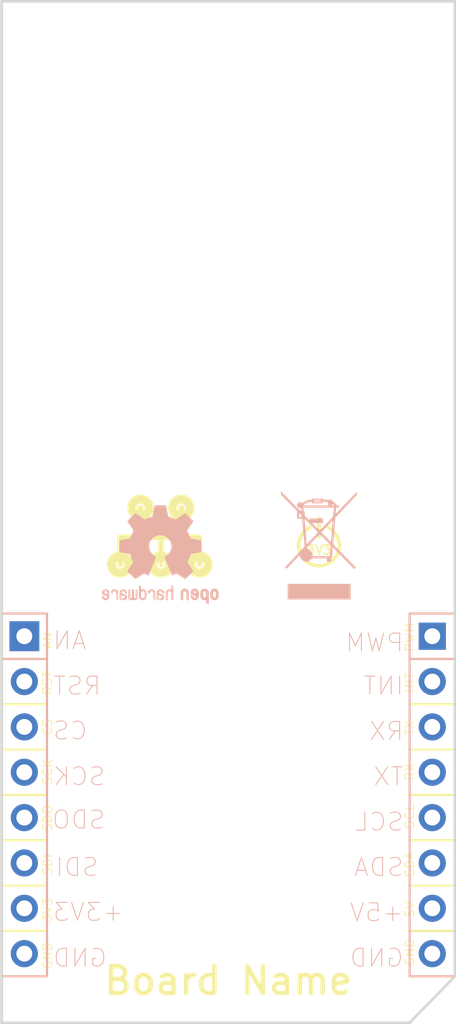
<source format=kicad_pcb>
(kicad_pcb (version 20241229) (generator "pcbnew") (generator_version "9.0")
  (layers (0 "F.Cu" signal) (2 "B.Cu" signal) (13 "F.Paste" user) (15 "B.Paste" user) (5 "F.SilkS" user "F.Silkscreen") (7 "B.SilkS" user "B.Silkscreen") (1 "F.Mask" user) (3 "B.Mask" user) (25 "Edge.Cuts" user))
  (net 0 "")
  (net 1 "Net-(CON101-PadP3)")
  (net 2 "Net-(CON101-PadP4)")
  (net 3 "Net-(CON101-PadP5)")
  (net 4 "Net-(CON101-PadP6)")
  (net 5 "+3V3")
  (net 6 "GND")
  (net 7 "+5V")
  (net 8 "Net-(CON101-PadP11)")
  (net 9 "Net-(CON101-PadP12)")
  (net 10 "Net-(CON101-PadP13)")
  (net 11 "Net-(CON101-PadP14)")
  (net 12 "Net-(CON101-PadP1)")
  (net 13 "Net-(CON101-PadP2)")
  (net 14 "Net-(CON101-PadP15)")
  (net 15 "Net-(CON101-PadP16)")
  (footprint "mikroBUS:MIKROBUS_MODULE_CONN" (layer "F.Cu") (at 146.05 97.028)
    (property "Reference" "CON101")
    (property "Value" "MIKROBUS_MODULE_CONN" (hide yes))
    (fp_line (start -1.3 16.5) (end 1.24 16.5) (stroke (width 0.127)) (layer "F.SilkS"))
    (fp_line (start -1.27 1.27) (end 1.27 1.27) (stroke (width 0.127)) (layer "F.SilkS"))
    (fp_line (start -1.27 3.81) (end 1.27 3.81) (stroke (width 0.127)) (layer "F.SilkS"))
    (fp_line (start -1.27 6.35) (end 1.27 6.35) (stroke (width 0.127)) (layer "F.SilkS"))
    (fp_line (start -1.27 8.89) (end 1.27 8.89) (stroke (width 0.127)) (layer "F.SilkS"))
    (fp_line (start -1.27 11.43) (end 1.27 11.43) (stroke (width 0.127)) (layer "F.SilkS"))
    (fp_line (start -1.27 13.97) (end 1.27 13.97) (stroke (width 0.127)) (layer "F.SilkS"))
    (fp_line (start 21.59 1.27) (end 24.13 1.27) (stroke (width 0.127)) (layer "F.SilkS"))
    (fp_line (start 21.59 3.81) (end 24.13 3.81) (stroke (width 0.127)) (layer "F.SilkS"))
    (fp_line (start 21.59 6.35) (end 24.13 6.35) (stroke (width 0.127)) (layer "F.SilkS"))
    (fp_line (start 21.59 8.89) (end 24.13 8.89) (stroke (width 0.127)) (layer "F.SilkS"))
    (fp_line (start 21.59 11.43) (end 24.13 11.43) (stroke (width 0.127)) (layer "F.SilkS"))
    (fp_line (start 21.59 13.97) (end 24.13 13.97) (stroke (width 0.127)) (layer "F.SilkS"))
    (fp_line (start 21.59 16.51) (end 24.13 16.51) (stroke (width 0.127)) (layer "F.SilkS"))
    (fp_line (start -1.27 -1.27) (end -1.27 1.27) (stroke (width 0.127)) (layer "B.SilkS"))
    (fp_line (start -1.27 1.27) (end -1.27 19.05) (stroke (width 0.127)) (layer "B.SilkS"))
    (fp_line (start -1.27 1.27) (end 1.27 1.27) (stroke (width 0.127)) (layer "B.SilkS"))
    (fp_line (start -1.27 19.05) (end 1.27 19.05) (stroke (width 0.127)) (layer "B.SilkS"))
    (fp_line (start 1.27 -1.27) (end -1.27 -1.27) (stroke (width 0.127)) (layer "B.SilkS"))
    (fp_line (start 1.27 1.27) (end 1.27 -1.27) (stroke (width 0.127)) (layer "B.SilkS"))
    (fp_line (start 1.27 19.05) (end 1.27 1.27) (stroke (width 0.127)) (layer "B.SilkS"))
    (fp_line (start 21.59 -1.27) (end 21.59 1.27) (stroke (width 0.127)) (layer "B.SilkS"))
    (fp_line (start 21.59 -1.27) (end 24.13 -1.27) (stroke (width 0.127)) (layer "B.SilkS"))
    (fp_line (start 21.59 1.27) (end 21.59 19.05) (stroke (width 0.127)) (layer "B.SilkS"))
    (fp_line (start 21.59 1.27) (end 24.13 1.27) (stroke (width 0.127)) (layer "B.SilkS"))
    (fp_line (start 21.59 19.05) (end 24.13 19.05) (stroke (width 0.127)) (layer "B.SilkS"))
    (fp_line (start 24.13 -1.27) (end 24.13 19.05) (stroke (width 0.127)) (layer "B.SilkS"))
    (fp_line (start 24.13 19.05) (end 21.59 21.64) (stroke (width 0.127)) (layer "B.SilkS"))
    (fp_text user "SDI" (at 1.3 12.797241 90) (layer "F.SilkS") (effects (font (size 0.5 0.5) (thickness 0.05))))
    (fp_text user "SDA" (at 21.597534 12.8 90) (layer "F.SilkS") (effects (font (size 0.5 0.5) (thickness 0.05))))
    (fp_text user "GND" (at 1.3 17.9 90) (layer "F.SilkS") (effects (font (size 0.5 0.5) (thickness 0.05))))
    (fp_text user "CS" (at 1.3 5.1 90) (layer "F.SilkS") (effects (font (size 0.5 0.5) (thickness 0.05))))
    (fp_text user "5V" (at 21.597534 15.3 90) (layer "F.SilkS") (effects (font (size 0.5 0.5) (thickness 0.05))))
    (fp_text user "3V3" (at 1.3 15.328737 90) (layer "F.SilkS") (effects (font (size 0.5 0.5) (thickness 0.05))))
    (fp_text user "TX" (at 21.597534 5.141427 90) (layer "F.SilkS") (effects (font (size 0.5 0.5) (thickness 0.05))))
    (fp_text user "SDO" (at 1.3 10.206221 90) (layer "F.SilkS") (effects (font (size 0.5 0.5) (thickness 0.05))))
    (fp_text user "RX" (at 21.597534 7.6 90) (layer "F.SilkS") (effects (font (size 0.5 0.5) (thickness 0.05))))
    (fp_text user "INT" (at 21.597534 2.6 90) (layer "F.SilkS") (effects (font (size 0.5 0.5) (thickness 0.05))))
    (fp_text user "SCK" (at 1.3 7.6 90) (layer "F.SilkS") (effects (font (size 0.5 0.5) (thickness 0.05))))
    (fp_text user "PWM" (at 21.597534 0.062 90) (layer "F.SilkS") (effects (font (size 0.5 0.5) (thickness 0.05))))
    (fp_text user "RST" (at 1.3 2.623639 90) (layer "F.SilkS") (effects (font (size 0.5 0.5) (thickness 0.05))))
    (fp_text user "AN" (at 1.3 0.235 90) (layer "F.SilkS") (effects (font (size 0.5 0.5) (thickness 0.05))))
    (fp_text user "SCL" (at 21.597534 10.1 90) (layer "F.SilkS") (effects (font (size 0.5 0.5) (thickness 0.05))))
    (fp_text user "GND" (at 21.597534 17.715 90) (layer "F.SilkS") (effects (font (size 0.5 0.5) (thickness 0.05))))
    (fp_text user "+5V" (at 19.743847 15.475 0) (layer "B.SilkS") (effects (font (thickness 0.05)) (justify mirror)))
    (fp_text user "INT" (at 20.1248 2.775 0) (layer "B.SilkS") (effects (font (thickness 0.05)) (justify mirror)))
    (fp_text user "GND" (at 19.743847 18.015 0) (layer "B.SilkS") (effects (font (thickness 0.05)) (justify mirror)))
    (fp_text user "PWM" (at 19.6248 0.362 0) (layer "B.SilkS") (effects (font (thickness 0.05)) (justify mirror)))
    (fp_text user "AN" (at 2.548191 0.235 0) (layer "B.SilkS") (effects (font (thickness 0.05)) (justify mirror)))
    (fp_text user "SDO" (at 3.05 10.28 0) (layer "B.SilkS") (effects (font (thickness 0.05)) (justify mirror)))
    (fp_text user "GND" (at 3.119619 18.015 0) (layer "B.SilkS") (effects (font (thickness 0.05)) (justify mirror)))
    (fp_text user "TX" (at 20.410514 7.855 0) (layer "B.SilkS") (effects (font (thickness 0.05)) (justify mirror)))
    (fp_text user "SDI" (at 2.95 12.935 0) (layer "B.SilkS") (effects (font (thickness 0.05)) (justify mirror)))
    (fp_text user "SCK" (at 3.072 7.855 0) (layer "B.SilkS") (effects (font (thickness 0.05)) (justify mirror)))
    (fp_text user "+3V3" (at 3.59581 15.4496 0) (layer "B.SilkS") (effects (font (thickness 0.05)) (justify mirror)))
    (fp_text user "CS" (at 2.572 5.2896 0) (layer "B.SilkS") (effects (font (thickness 0.05)) (justify mirror)))
    (fp_text user "SCL" (at 19.886704 10.395 0) (layer "B.SilkS") (effects (font (thickness 0.05)) (justify mirror)))
    (fp_text user "RX" (at 20.291466 5.315 0) (layer "B.SilkS") (effects (font (thickness 0.05)) (justify mirror)))
    (fp_text user "SDA" (at 19.862895 12.935 0) (layer "B.SilkS") (effects (font (thickness 0.05)) (justify mirror)))
    (fp_text user "RST" (at 2.952953 2.775 0) (layer "B.SilkS") (effects (font (thickness 0.05)) (justify mirror)))
    (pad "P1" thru_hole rect (at 0 0) (size 1.6764 1.6764) (drill 0.889) (layers "*.Cu" "*.Mask") (net 12 "Net-(CON101-PadP1)"))
    (pad "P2" thru_hole circle (at 0 2.54) (size 1.524 1.524) (drill 0.889) (layers "*.Cu" "*.Mask") (net 13 "Net-(CON101-PadP2)"))
    (pad "P3" thru_hole circle (at 0 5.08) (size 1.524 1.524) (drill 0.889) (layers "*.Cu" "*.Mask") (net 1 "Net-(CON101-PadP3)"))
    (pad "P4" thru_hole circle (at 0 7.62) (size 1.524 1.524) (drill 0.889) (layers "*.Cu" "*.Mask") (net 2 "Net-(CON101-PadP4)"))
    (pad "P5" thru_hole circle (at 0 10.16) (size 1.524 1.524) (drill 0.889) (layers "*.Cu" "*.Mask") (net 3 "Net-(CON101-PadP5)"))
    (pad "P6" thru_hole circle (at 0 12.7) (size 1.524 1.524) (drill 0.889) (layers "*.Cu" "*.Mask") (net 4 "Net-(CON101-PadP6)"))
    (pad "P7" thru_hole circle (at 0 15.24) (size 1.524 1.524) (drill 0.889) (layers "*.Cu" "*.Mask") (net 5 "+3V3"))
    (pad "P8" thru_hole circle (at 0 17.78) (size 1.524 1.524) (drill 0.889) (layers "*.Cu" "*.Mask") (net 6 "GND"))
    (pad "P9" thru_hole circle (at 22.86 17.78) (size 1.524 1.524) (drill 0.889) (layers "*.Cu" "*.Mask") (net 6 "GND"))
    (pad "P10" thru_hole circle (at 22.86 15.24) (size 1.524 1.524) (drill 0.889) (layers "*.Cu" "*.Mask") (net 7 "+5V"))
    (pad "P11" thru_hole circle (at 22.86 12.7) (size 1.524 1.524) (drill 0.889) (layers "*.Cu" "*.Mask") (net 8 "Net-(CON101-PadP11)"))
    (pad "P12" thru_hole circle (at 22.86 10.16) (size 1.524 1.524) (drill 0.889) (layers "*.Cu" "*.Mask") (net 9 "Net-(CON101-PadP12)"))
    (pad "P13" thru_hole circle (at 22.86 7.62) (size 1.524 1.524) (drill 0.889) (layers "*.Cu" "*.Mask") (net 10 "Net-(CON101-PadP13)"))
    (pad "P14" thru_hole circle (at 22.86 5.08) (size 1.524 1.524) (drill 0.889) (layers "*.Cu" "*.Mask") (net 11 "Net-(CON101-PadP14)"))
    (pad "P15" thru_hole circle (at 22.86 2.54) (size 1.524 1.524) (drill 0.889) (layers "*.Cu" "*.Mask") (net 14 "Net-(CON101-PadP15)"))
    (pad "P16" thru_hole rect (at 22.86 0) (size 1.524 1.524) (drill 0.889) (layers "*.Cu" "*.Mask") (net 15 "Net-(CON101-PadP16)"))
  )
  (footprint "mikroBUS:MIKROBUS_LOGO" (layer "F.Cu") (at 153.67 92.964)
    (property "Reference" "*" (hide yes))
    (property "Value" "MIKROCLICK_LOGO" (hide yes))
    (fp_line (start -2.251 -1.4798) (end -2.251 0.0442) (stroke (width 0.3048)) (layer "F.SilkS"))
    (fp_line (start -1.108 -1.4798) (end -2.251 -1.4798) (stroke (width 0.3048)) (layer "F.SilkS"))
    (fp_line (start -1.108 -1.4798) (end -1.108 -3.1308) (stroke (width 0.3048)) (layer "F.SilkS"))
    (fp_line (start 0.035 -1.4798) (end -1.108 -1.4798) (stroke (width 0.3048)) (layer "F.SilkS"))
    (fp_line (start 0.035 -1.4798) (end 0.035 0.0442) (stroke (width 0.3048)) (layer "F.SilkS"))
    (fp_line (start 1.178 -1.4798) (end 0.035 -1.4798) (stroke (width 0.3048)) (layer "F.SilkS"))
    (fp_line (start 1.178 -1.4798) (end 1.178 -3.1308) (stroke (width 0.3048)) (layer "F.SilkS"))
    (fp_line (start 2.194 -1.4798) (end 1.178 -1.4798) (stroke (width 0.3048)) (layer "F.SilkS"))
    (fp_line (start 2.194 -1.4798) (end 2.194 0.0442) (stroke (width 0.3048)) (layer "F.SilkS"))
    (fp_circle (center -2.251 0.0442) (end -2.0224 0.0442) (stroke (width 0.508)) (fill no) (layer "F.SilkS"))
    (fp_circle (center -1.108 -3.1308) (end -0.8794 -3.1308) (stroke (width 0.508)) (fill no) (layer "F.SilkS"))
    (fp_circle (center 0.035 0.0442) (end 0.2636 0.0442) (stroke (width 0.508)) (fill no) (layer "F.SilkS"))
    (fp_circle (center 1.178 -3.1308) (end 1.4066 -3.1308) (stroke (width 0.508)) (fill no) (layer "F.SilkS"))
    (fp_circle (center 2.194 0.0442) (end 2.4226 0.0442) (stroke (width 0.508)) (fill no) (layer "F.SilkS"))
  )
  (footprint "Symbols:WEEE-Logo_4.2x6mm_SilkScreen" (layer "B.Cu") (at 162.56 91.948 180)
    (property "Reference" "REF***" (hide yes))
    (property "Value" "WEEE-Logo_4.2x6mm_SilkScreen" (hide yes))
    (fp_poly (pts (xy 1.747822 -3.017822) (xy -1.772971 -3.017822) (xy -1.772971 -2.150198) (xy 1.747822 -2.150198) (xy 1.747822 -3.017822)) (stroke (width 0.01)) (fill yes) (layer "B.SilkS"))
    (fp_poly (pts (xy 2.12443 2.935152) (xy 2.123811 2.848069) (xy 1.672086 2.389109) (xy 1.220361 1.930148) (xy 1.220032 1.719529) (xy 1.219703 1.508911) (xy 0.94461 1.508911) (xy 0.937522 1.45547) (xy 0.934838 1.431112) (xy 0.930313 1.385241) (xy 0.924191 1.320595) (xy 0.916712 1.239909) (xy 0.908119 1.145919) (xy 0.898654 1.041363) (xy 0.888558 0.928975) (xy 0.878074 0.811493) (xy 0.867444 0.691652) (xy 0.856909 0.572189) (xy 0.846713 0.455841) (xy 0.837095 0.345343) (xy 0.8283 0.243431) (xy 0.820568 0.152842) (xy 0.814142 0.076313) (xy 0.809263 0.016579) (xy 0.806175 -0.023624) (xy 0.805117 -0.041559) (xy 0.805118 -0.041644) (xy 0.812827 -0.056035) (xy 0.835981 -0.085748) (xy 0.874895 -0.131131) (xy 0.929884 -0.192529) (xy 1.001264 -0.270288) (xy 1.089349 -0.364754) (xy 1.194454 -0.476272) (xy 1.316895 -0.605188) (xy 1.35131 -0.641287) (xy 1.897137 -1.213416) (xy 1.808881 -1.301436) (xy 1.737485 -1.223758) (xy 1.711366 -1.195686) (xy 1.670566 -1.152274) (xy 1.617777 -1.096366) (xy 1.555691 -1.030808) (xy 1.487 -0.958441) (xy 1.414396 -0.882112) (xy 1.37096 -0.836524) (xy 1.289416 -0.751119) (xy 1.223504 -0.68271) (xy 1.171544 -0.630053) (xy 1.131855 -0.591905) (xy 1.102757 -0.56702) (xy 1.082569 -0.554156) (xy 1.06961 -0.552068) (xy 1.0622 -0.559513) (xy 1.058658 -0.575246) (xy 1.057303 -0.598023) (xy 1.057121 -0.604239) (xy 1.047703 -0.647061) (xy 1.024497 -0.698819) (xy 0.992136 -0.751328) (xy 0.955252 -0.796403) (xy 0.940493 -0.810328) (xy 0.864767 -0.859047) (xy 0.776308 -0.886306) (xy 0.6981 -0.892773) (xy 0.609468 -0.880576) (xy 0.527612 -0.844813) (xy 0.455164 -0.786722) (xy 0.441797 -0.772262) (xy 0.392918 -0.716733) (xy -0.452674 -0.716733) (xy -0.452674 -0.892773) (xy -0.67901 -0.892773) (xy -0.67901 -0.810531) (xy -0.68185 -0.754386) (xy -0.691393 -0.715416) (xy -0.702991 -0.694219) (xy -0.711277 -0.679052) (xy -0.718373 -0.657062) (xy -0.724748 -0.624987) (xy -0.730872 -0.579569) (xy -0.737216 -0.517548) (xy -0.74425 -0.435662) (xy -0.749066 -0.374746) (xy -0.771161 -0.089343) (xy -1.313565 -0.638805) (xy -1.411637 -0.738228) (xy -1.505784 -0.833815) (xy -1.594285 -0.92381) (xy -1.67542 -1.006457) (xy -1.747469 -1.080001) (xy -1.808712 -1.142684) (xy -1.857427 -1.192752) (xy -1.891896 -1.228448) (xy -1.910379 -1.247995) (xy -1.940743 -1.278944) (xy -1.966071 -1.30053) (xy -1.979695 -1.307723) (xy -1.997095 -1.299297) (xy -2.02246 -1.278245) (xy -2.031058 -1.269671) (xy -2.067514 -1.23162) (xy -1.866802 -1.027658) (xy -1.815596 -0.975699) (xy -1.749569 -0.90882) (xy -1.671618 -0.82995) (xy -1.584638 -0.742014) (xy -1.491526 -0.647941) (xy -1.395179 -0.550658) (xy -1.298492 -0.453093) (xy -1.229134 -0.383145) (xy -1.123703 -0.27655) (xy -1.035129 -0.186307) (xy -0.962281 -0.111192) (xy -0.904023 -0.049986) (xy -0.859225 -0.001466) (xy -0.837021 0.023871) (xy -0.658724 0.023871) (xy -0.636401 -0.261555) (xy -0.629669 -0.345219) (xy -0.623157 -0.421727) (xy -0.617234 -0.487081) (xy -0.612268 -0.537281) (xy -0.608629 -0.568329) (xy -0.607458 -0.575273) (xy -0.600838 -0.603565) (xy 0.348636 -0.603565) (xy 0.354974 -0.524606) (xy 0.37411 -0.431315) (xy 0.414154 -0.348791) (xy 0.472582 -0.280038) (xy 0.546871 -0.228063) (xy 0.630252 -0.196863) (xy 0.657302 -0.182228) (xy 0.670844 -0.150819) (xy 0.671128 -0.149434) (xy 0.672753 -0.136174) (xy 0.670744 -0.122595) (xy 0.663142 -0.106181) (xy 0.647984 -0.084411) (xy 0.623312 -0.054767) (xy 0.587164 -0.014732) (xy 0.53758 0.038215) (xy 0.472599 0.106591) (xy 0.468401 0.110995) (xy 0.398507 0.184389) (xy 0.3242 0.262563) (xy 0.250586 0.340136) (xy 0.182771 0.411725) (xy 0.12586 0.471949) (xy 0.113168 0.485413) (xy 0.064513 0.53618) (xy 0.021291 0.579625) (xy -0.013395 0.612759) (xy -0.036444 0.632595) (xy -0.044182 0.636954) (xy -0.055722 0.62783) (xy -0.08271 0.6028) (xy -0.123021 0.563948) (xy -0.174529 0.513357) (xy -0.235109 0.453112) (xy -0.302636 0.385296) (xy -0.357826 0.329435) (xy -0.658724 0.023871) (xy -0.837021 0.023871) (xy -0.826751 0.035589) (xy -0.805471 0.062401) (xy -0.794251 0.080192) (xy -0.791754 0.08843) (xy -0.7927 0.10641) (xy -0.795573 0.147108) (xy -0.800187 0.208181) (xy -0.806358 0.287287) (xy -0.813898 0.382086) (xy -0.822621 0.490233) (xy -0.832343 0.609388) (xy -0.842876 0.737209) (xy -0.851365 0.839365) (xy -0.899396 1.415326) (xy -0.775805 1.415326) (xy -0.775273 1.402896) (xy -0.772769 1.36789) (xy -0.768496 1.312785) (xy -0.762653 1.240057) (xy -0.755443 1.152186) (xy -0.747066 1.051649) (xy -0.737723 0.940923) (xy -0.728758 0.835795) (xy -0.718602 0.716517) (xy -0.709142 0.60392) (xy -0.700596 0.500695) (xy -0.693179 0.409527) (xy -0.687108 0.333105) (xy -0.682601 0.274117) (xy -0.679873 0.235251) (xy -0.679116 0.220156) (xy -0.677935 0.210762) (xy -0.673256 0.207034) (xy -0.663276 0.210529) (xy -0.64619 0.222801) (xy -0.620196 0.245406) (xy -0.58349 0.2799) (xy -0.534267 0.327838) (xy -0.470726 0.390776) (xy -0.403305 0.458032) (xy -0.127601 0.733523) (xy -0.129533 0.735594) (xy 0.05271 0.735594) (xy 0.061016 0.72422) (xy 0.084267 0.697437) (xy 0.120135 0.657708) (xy 0.166287 0.607493) (xy 0.220394 0.549254) (xy 0.280126 0.485453) (xy 0.343152 0.418551) (xy 0.407142 0.35101) (xy 0.469764 0.28529) (xy 0.52869 0.223854) (xy 0.581588 0.169163) (xy 0.626128 0.123678) (xy 0.65998 0.089862) (xy 0.680812 0.070174) (xy 0.686494 0.066163) (xy 0.688366 0.079109) (xy 0.692254 0.114866) (xy 0.697943 0.171196) (xy 0.705219 0.24586) (xy 0.713869 0.33662) (xy 0.723678 0.441238) (xy 0.734434 0.557474) (xy 0.745921 0.683092) (xy 0.755093 0.784382) (xy 0.766826 0.915721) (xy 0.777665 1.039448) (xy 0.78743 1.153319) (xy 0.795937 1.255089) (xy 0.803005 1.342513) (xy 0.808451 1.413347) (xy 0.812092 1.465347) (xy 0.813747 1.496268) (xy 0.813558 1.504297) (xy 0.803666 1.497146) (xy 0.778476 1.474159) (xy 0.74019 1.437561) (xy 0.691011 1.389578) (xy 0.633139 1.332434) (xy 0.568778 1.268353) (xy 0.500129 1.199562) (xy 0.429395 1.128284) (xy 0.358778 1.056745) (xy 0.29048 0.98717) (xy 0.226704 0.921783) (xy 0.16965 0.862809) (xy 0.121522 0.812473) (xy 0.084522 0.773001) (xy 0.060852 0.746617) (xy 0.05271 0.735594) (xy -0.129533 0.735594) (xy -0.230409 0.843705) (xy -0.282768 0.899623) (xy -0.341535 0.962052) (xy -0.404385 1.028557) (xy -0.468995 1.096702) (xy -0.533042 1.164052) (xy -0.594203 1.228172) (xy -0.650153 1.286628) (xy -0.69857 1.336982) (xy -0.73713 1.376802) (xy -0.763509 1.40365) (xy -0.775384 1.415092) (xy -0.775805 1.415326) (xy -0.899396 1.415326) (xy -0.911401 1.559274) (xy -1.511938 2.190842) (xy -2.112475 2.822411) (xy -2.112034 2.910685) (xy -2.111592 2.99896) (xy -2.014583 2.895334) (xy -1.960291 2.837537) (xy -1.896192 2.769632) (xy -1.824016 2.693428) (xy -1.745492 2.610731) (xy -1.662349 2.523347) (xy -1.576319 2.433085) (xy -1.48913 2.34175) (xy -1.402513 2.251151) (xy -1.318197 2.163093) (xy -1.237912 2.079385) (xy -1.163387 2.001833) (xy -1.096354 1.932243) (xy -1.038541 1.872424) (xy -0.991679 1.824182) (xy -0.957496 1.789324) (xy -0.937724 1.769657) (xy -0.93339 1.765884) (xy -0.933092 1.779008) (xy -0.934731 1.812611) (xy -0.938023 1.86212) (xy -0.942682 1.922963) (xy -0.944682 1.947268) (xy -0.959577 2.125049) (xy -0.842955 2.125049) (xy -0.836934 2.096757) (xy -0.833863 2.074382) (xy -0.829548 2.032283) (xy -0.824488 1.975822) (xy -0.819181 1.910365) (xy -0.817344 1.886138) (xy -0.811927 1.816579) (xy -0.806459 1.751982) (xy -0.801488 1.698452) (xy -0.797561 1.66209) (xy -0.796675 1.655491) (xy -0.793334 1.641944) (xy -0.786101 1.626086) (xy -0.77344 1.606139) (xy -0.753811 1.580327) (xy -0.725678 1.546871) (xy -0.687502 1.503993) (xy -0.637746 1.449917) (xy -0.574871 1.382864) (xy -0.497341 1.301057) (xy -0.418251 1.21805) (xy -0.339564 1.135906) (xy -0.266112 1.059831) (xy -0.199724 0.991675) (xy -0.142227 0.933288) (xy -0.095451 0.886519) (xy -0.061224 0.853218) (xy -0.041373 0.835233) (xy -0.03714 0.832558) (xy -0.026003 0.842259) (xy 0.000029 0.867559) (xy 0.03843 0.905918) (xy 0.086672 0.9548) (xy 0.14223 1.011666) (xy 0.182408 1.053094) (xy 0.392169 1.27) (xy -0.226337 1.27) (xy -0.226337 1.508911) (xy 0.528119 1.508911) (xy 0.528119 1.402458) (xy 0.666435 1.540346) (xy 0.764553 1.63816) (xy 0.955643 1.63816) (xy 0.957471 1.62273) (xy 0.966723 1.614133) (xy 0.98905 1.610387) (xy 1.030105 1.609511) (xy 1.037376 1.609505) (xy 1.119109 1.609505) (xy 1.119109 1.828828) (xy 1.037376 1.747821) (xy 0.99127 1.698572) (xy 0.963694 1.660841) (xy 0.955643 1.63816) (xy 0.764553 1.63816) (xy 0.804752 1.678234) (xy 0.804752 1.801048) (xy 0.805137 1.85755) (xy 0.8069 1.893495) (xy 0.81095 1.91347) (xy 0.818199 1.922063) (xy 0.82913 1.923861) (xy 0.841288 1.926502) (xy 0.850273 1.937088) (xy 0.857174 1.959619) (xy 0.863076 1.998091) (xy 0.869065 2.056502) (xy 0.870987 2.077896) (xy 0.875148 2.125049) (xy -0.842955 2.125049) (xy -0.959577 2.125049) (xy -1.119109 2.125049) (xy -1.119109 2.238218) (xy -1.051314 2.238218) (xy -1.011662 2.239304) (xy -0.990116 2.244546) (xy -0.98748 2.247666) (xy -0.848616 2.247666) (xy -0.841308 2.240538) (xy -0.815993 2.238338) (xy -0.798908 2.238218) (xy -0.741881 2.238218) (xy -0.529221 2.238218) (xy 0.885302 2.238218) (xy 0.837458 2.287214) (xy 0.76315 2.347676) (xy 0.671184 2.394309) (xy 0.560002 2.427751) (xy 0.449529 2.446247) (xy 0.377227 2.454878) (xy 0.377227 2.36396) (xy -0.201188 2.36396) (xy -0.201188 2.467107) (xy -0.286065 2.458504) (xy -0.345368 2.451244) (xy -0.408551 2.441621) (xy -0.446386 2.434748) (xy -0.521832 2.419593) (xy -0.525526 2.328905) (xy -0.529221 2.238218) (xy -0.741881 2.238218) (xy -0.741881 2.288515) (xy -0.743544 2.320024) (xy -0.747697 2.337537) (xy -0.749371 2.338812) (xy -0.767987 2.330746) (xy -0.795183 2.31118) (xy -0.822448 2.287056) (xy -0.841267 2.265318) (xy -0.842943 2.262492) (xy -0.848616 2.247666) (xy -0.98748 2.247666) (xy -0.979662 2.256919) (xy -0.975442 2.270396) (xy -0.958219 2.305373) (xy -0.925138 2.347421) (xy -0.881893 2.390644) (xy -0.834174 2.429146) (xy -0.80283 2.449199) (xy -0.767123 2.471149) (xy -0.748819 2.489589) (xy -0.742388 2.511332) (xy -0.741894 2.524282) (xy -0.741894 2.527425) (xy -0.100594 2.527425) (xy -0.100594 2.464554) (xy 0.276633 2.464554) (xy 0.276633 2.527425) (xy -0.100594 2.527425) (xy -0.741894 2.527425) (xy -0.741881 2.565148) (xy -0.636048 2.565148) (xy -0.587355 2.563971) (xy -0.549405 2.560835) (xy -0.528308 2.556329) (xy -0.526023 2.554505) (xy -0.512641 2.551705) (xy -0.480074 2.552852) (xy -0.433916 2.557607) (xy -0.402376 2.561997) (xy -0.345188 2.570622) (xy -0.292886 2.578409) (xy -0.253582 2.584153) (xy -0.242055 2.585785) (xy -0.211937 2.595112) (xy -0.201188 2.609728) (xy -0.19792 2.61568) (xy -0.18623 2.620222) (xy -0.163288 2.62353) (xy -0.126265 2.625785) (xy -0.072332 2.627166) (xy 0.00134 2.62785) (xy 0.08802 2.62802) (xy 0.180529 2.627923) (xy 0.250906 2.62747) (xy 0.302164 2.62641) (xy 0.33732 2.624497) (xy 0.359389 2.621481) (xy 0.371385 2.617115) (xy 0.376324 2.611151) (xy 0.377227 2.604216) (xy 0.384921 2.582205) (xy 0.410121 2.569679) (xy 0.456009 2.565212) (xy 0.464264 2.565148) (xy 0.541973 2.557132) (xy 0.630233 2.535064) (xy 0.721085 2.501916) (xy 0.80657 2.460661) (xy 0.878726 2.414269) (xy 0.888072 2.406918) (xy 0.918533 2.383002) (xy 0.936572 2.373424) (xy 0.949169 2.37652) (xy 0.9621 2.389296) (xy 1.000293 2.414322) (xy 1.049998 2.423929) (xy 1.103524 2.418933) (xy 1.153178 2.400149) (xy 1.191267 2.368394) (xy 1.194025 2.364703) (xy 1.222526 2.305425) (xy 1.227828 2.244066) (xy 1.210518 2.185573) (xy 1.17118 2.134896) (xy 1.16637 2.130711) (xy 1.13844 2.110833) (xy 1.110102 2.102079) (xy 1.070263 2.101447) (xy 1.060311 2.102008) (xy 1.021332 2.103438) (xy 1.001254 2.100161) (xy 0.993985 2.090272) (xy 0.99324 2.081039) (xy 0.991716 2.054256) (xy 0.987935 2.013975) (xy 0.985218 1.989876) (xy 0.981277 1.951599) (xy 0.982916 1.932004) (xy 0.992421 1.924842) (xy 1.009351 1.923861) (xy 1.019392 1.927099) (xy 1.03559 1.93758) (xy 1.059145 1.956452) (xy 1.091257 1.984865) (xy 1.133128 2.023965) (xy 1.185957 2.074903) (xy 1.250945 2.138827) (xy 1.329291 2.216886) (xy 1.422197 2.310228) (xy 1.530863 2.420002) (xy 1.583231 2.473048) (xy 2.125049 3.022233) (xy 2.12443 2.935152)) (stroke (width 0.01)) (fill yes) (layer "B.SilkS"))
  )
  (footprint "Symbols:OSHW-Logo2_7.3x6mm_SilkScreen" (layer "B.Cu") (at 153.67 92.456 180)
    (property "Reference" "REF***" (hide yes))
    (property "Value" "OSHW-Logo2_7.3x6mm_SilkScreen" (hide yes))
    (fp_poly (pts (xy 2.6526 -1.958752) (xy 2.669948 -1.966334) (xy 2.711356 -1.999128) (xy 2.746765 -2.046547) (xy 2.768664 -2.097151) (xy 2.772229 -2.122098) (xy 2.760279 -2.156927) (xy 2.734067 -2.175357) (xy 2.705964 -2.186516) (xy 2.693095 -2.188572) (xy 2.686829 -2.173649) (xy 2.674456 -2.141175) (xy 2.669028 -2.126502) (xy 2.63859 -2.075744) (xy 2.59452 -2.050427) (xy 2.53801 -2.051206) (xy 2.533825 -2.052203) (xy 2.503655 -2.066507) (xy 2.481476 -2.094393) (xy 2.466327 -2.139287) (xy 2.45725 -2.204615) (xy 2.453286 -2.293804) (xy 2.452914 -2.341261) (xy 2.45273 -2.416071) (xy 2.451522 -2.467069) (xy 2.448309 -2.499471) (xy 2.442109 -2.518495) (xy 2.43194 -2.529356) (xy 2.416819 -2.537272) (xy 2.415946 -2.53767) (xy 2.386828 -2.549981) (xy 2.372403 -2.554514) (xy 2.370186 -2.540809) (xy 2.368289 -2.502925) (xy 2.366847 -2.445715) (xy 2.365998 -2.374027) (xy 2.365829 -2.321565) (xy 2.366692 -2.220047) (xy 2.37007 -2.143032) (xy 2.377142 -2.086023) (xy 2.389088 -2.044526) (xy 2.40709 -2.014043) (xy 2.432327 -1.99008) (xy 2.457247 -1.973355) (xy 2.517171 -1.951097) (xy 2.586911 -1.946076) (xy 2.6526 -1.958752)) (stroke (width 0.01)) (fill yes) (layer "B.SilkS"))
    (fp_poly (pts (xy -1.283907 -1.92778) (xy -1.237328 -1.954723) (xy -1.204943 -1.981466) (xy -1.181258 -2.009484) (xy -1.164941 -2.043748) (xy -1.154661 -2.089227) (xy -1.149086 -2.150892) (xy -1.146884 -2.233711) (xy -1.146629 -2.293246) (xy -1.146629 -2.512391) (xy -1.208314 -2.540044) (xy -1.27 -2.567697) (xy -1.277257 -2.32767) (xy -1.280256 -2.238028) (xy -1.283402 -2.172962) (xy -1.287299 -2.128026) (xy -1.292553 -2.09877) (xy -1.299769 -2.080748) (xy -1.30955 -2.069511) (xy -1.312688 -2.067079) (xy -1.360239 -2.048083) (xy -1.408303 -2.0556) (xy -1.436914 -2.075543) (xy -1.448553 -2.089675) (xy -1.456609 -2.10822) (xy -1.461729 -2.136334) (xy -1.464559 -2.179173) (xy -1.465744 -2.241895) (xy -1.465943 -2.307261) (xy -1.465982 -2.389268) (xy -1.467386 -2.447316) (xy -1.472086 -2.486465) (xy -1.482013 -2.51178) (xy -1.499097 -2.528323) (xy -1.525268 -2.541156) (xy -1.560225 -2.554491) (xy -1.598404 -2.569007) (xy -1.593859 -2.311389) (xy -1.592029 -2.218519) (xy -1.589888 -2.149889) (xy -1.586819 -2.100711) (xy -1.582206 -2.066198) (xy -1.575432 -2.041562) (xy -1.565881 -2.022016) (xy -1.554366 -2.00477) (xy -1.49881 -1.94968) (xy -1.43102 -1.917822) (xy -1.357287 -1.910191) (xy -1.283907 -1.92778)) (stroke (width 0.01)) (fill yes) (layer "B.SilkS"))
    (fp_poly (pts (xy 0.529926 -1.949755) (xy 0.595858 -1.974084) (xy 0.649273 -2.017117) (xy 0.670164 -2.047409) (xy 0.692939 -2.102994) (xy 0.692466 -2.143186) (xy 0.668562 -2.170217) (xy 0.659717 -2.174813) (xy 0.62153 -2.189144) (xy 0.602028 -2.185472) (xy 0.595422 -2.161407) (xy 0.595086 -2.148114) (xy 0.582992 -2.09921) (xy 0.551471 -2.064999) (xy 0.507659 -2.048476) (xy 0.458695 -2.052634) (xy 0.418894 -2.074227) (xy 0.40545 -2.086544) (xy 0.395921 -2.101487) (xy 0.389485 -2.124075) (xy 0.385317 -2.159328) (xy 0.382597 -2.212266) (xy 0.380502 -2.287907) (xy 0.37996 -2.311857) (xy 0.377981 -2.39379) (xy 0.375731 -2.451455) (xy 0.372357 -2.489608) (xy 0.367006 -2.513004) (xy 0.358824 -2.526398) (xy 0.346959 -2.534545) (xy 0.339362 -2.538144) (xy 0.307102 -2.550452) (xy 0.288111 -2.554514) (xy 0.281836 -2.540948) (xy 0.278006 -2.499934) (xy 0.2766 -2.430999) (xy 0.277598 -2.333669) (xy 0.277908 -2.318657) (xy 0.280101 -2.229859) (xy 0.282693 -2.165019) (xy 0.286382 -2.119067) (xy 0.291864 -2.086935) (xy 0.299835 -2.063553) (xy 0.310993 -2.043852) (xy 0.31683 -2.03541) (xy 0.350296 -1.998057) (xy 0.387727 -1.969003) (xy 0.392309 -1.966467) (xy 0.459426 -1.946443) (xy 0.529926 -1.949755)) (stroke (width 0.01)) (fill yes) (layer "B.SilkS"))
    (fp_poly (pts (xy 1.779833 -1.958663) (xy 1.782048 -1.99685) (xy 1.783784 -2.054886) (xy 1.784899 -2.12818) (xy 1.785257 -2.205055) (xy 1.785257 -2.465196) (xy 1.739326 -2.511127) (xy 1.707675 -2.539429) (xy 1.67989 -2.550893) (xy 1.641915 -2.550168) (xy 1.62684 -2.548321) (xy 1.579726 -2.542948) (xy 1.540756 -2.539869) (xy 1.531257 -2.539585) (xy 1.499233 -2.541445) (xy 1.453432 -2.546114) (xy 1.435674 -2.548321) (xy 1.392057 -2.551735) (xy 1.362745 -2.54432) (xy 1.33368 -2.521427) (xy 1.323188 -2.511127) (xy 1.277257 -2.465196) (xy 1.277257 -1.978602) (xy 1.314226 -1.961758) (xy 1.346059 -1.949282) (xy 1.364683 -1.944914) (xy 1.369458 -1.958718) (xy 1.373921 -1.997286) (xy 1.377775 -2.056356) (xy 1.380722 -2.131663) (xy 1.382143 -2.195286) (xy 1.386114 -2.445657) (xy 1.420759 -2.450556) (xy 1.452268 -2.447131) (xy 1.467708 -2.436041) (xy 1.472023 -2.415308) (xy 1.475708 -2.371145) (xy 1.478469 -2.309146) (xy 1.480012 -2.234909) (xy 1.480235 -2.196706) (xy 1.480457 -1.976783) (xy 1.526166 -1.960849) (xy 1.558518 -1.950015) (xy 1.576115 -1.944962) (xy 1.576623 -1.944914) (xy 1.578388 -1.958648) (xy 1.580329 -1.99673) (xy 1.582282 -2.054482) (xy 1.584084 -2.127227) (xy 1.585343 -2.195286) (xy 1.589314 -2.445657) (xy 1.6764 -2.445657) (xy 1.680396 -2.21724) (xy 1.684392 -1.988822) (xy 1.726847 -1.966868) (xy 1.758192 -1.951793) (xy 1.776744 -1.944951) (xy 1.777279 -1.944914) (xy 1.779833 -1.958663)) (stroke (width 0.01)) (fill yes) (layer "B.SilkS"))
    (fp_poly (pts (xy -0.624114 -1.851289) (xy -0.619861 -1.910613) (xy -0.614975 -1.945572) (xy -0.608205 -1.96082) (xy -0.598298 -1.961015) (xy -0.595086 -1.959195) (xy -0.552356 -1.946015) (xy -0.496773 -1.946785) (xy -0.440263 -1.960333) (xy -0.404918 -1.977861) (xy -0.368679 -2.005861) (xy -0.342187 -2.037549) (xy -0.324001 -2.077813) (xy -0.312678 -2.131543) (xy -0.306778 -2.203626) (xy -0.304857 -2.298951) (xy -0.304823 -2.317237) (xy -0.3048 -2.522646) (xy -0.350509 -2.53858) (xy -0.382973 -2.54942) (xy -0.400785 -2.554468) (xy -0.401309 -2.554514) (xy -0.403063 -2.540828) (xy -0.404556 -2.503076) (xy -0.405674 -2.446224) (xy -0.406303 -2.375234) (xy -0.4064 -2.332073) (xy -0.406602 -2.246973) (xy -0.407642 -2.185981) (xy -0.410169 -2.144177) (xy -0.414836 -2.116642) (xy -0.422293 -2.098456) (xy -0.433189 -2.084698) (xy -0.439993 -2.078073) (xy -0.486728 -2.051375) (xy -0.537728 -2.049375) (xy -0.583999 -2.071955) (xy -0.592556 -2.080107) (xy -0.605107 -2.095436) (xy -0.613812 -2.113618) (xy -0.619369 -2.139909) (xy -0.622474 -2.179562) (xy -0.623824 -2.237832) (xy -0.624114 -2.318173) (xy -0.624114 -2.522646) (xy -0.669823 -2.53858) (xy -0.702287 -2.54942) (xy -0.720099 -2.554468) (xy -0.720623 -2.554514) (xy -0.721963 -2.540623) (xy -0.723172 -2.501439) (xy -0.724199 -2.4407) (xy -0.724998 -2.362141) (xy -0.725519 -2.269498) (xy -0.725714 -2.166509) (xy -0.725714 -1.769342) (xy -0.678543 -1.749444) (xy -0.631371 -1.729547) (xy -0.624114 -1.851289)) (stroke (width 0.01)) (fill yes) (layer "B.SilkS"))
    (fp_poly (pts (xy -2.958885 -1.921962) (xy -2.890855 -1.957733) (xy -2.840649 -2.015301) (xy -2.822815 -2.052312) (xy -2.808937 -2.107882) (xy -2.801833 -2.178096) (xy -2.80116 -2.254727) (xy -2.806573 -2.329552) (xy -2.81773 -2.394342) (xy -2.834286 -2.440873) (xy -2.839374 -2.448887) (xy -2.899645 -2.508707) (xy -2.971231 -2.544535) (xy -3.048908 -2.55502) (xy -3.127452 -2.53881) (xy -3.149311 -2.529092) (xy -3.191878 -2.499143) (xy -3.229237 -2.459433) (xy -3.232768 -2.454397) (xy -3.247119 -2.430124) (xy -3.256606 -2.404178) (xy -3.26221 -2.370022) (xy -3.264914 -2.321119) (xy -3.265701 -2.250935) (xy -3.265714 -2.2352) (xy -3.265678 -2.230192) (xy -3.120571 -2.230192) (xy -3.119727 -2.29643) (xy -3.116404 -2.340386) (xy -3.109417 -2.368779) (xy -3.097584 -2.388325) (xy -3.091543 -2.394857) (xy -3.056814 -2.41968) (xy -3.023097 -2.418548) (xy -2.989005 -2.397016) (xy -2.968671 -2.374029) (xy -2.956629 -2.340478) (xy -2.949866 -2.287569) (xy -2.949402 -2.281399) (xy -2.948248 -2.185513) (xy -2.960312 -2.114299) (xy -2.98543 -2.068194) (xy -3.02344 -2.047635) (xy -3.037008 -2.046514) (xy -3.072636 -2.052152) (xy -3.097006 -2.071686) (xy -3.111907 -2.109042) (xy -3.119125 -2.16815) (xy -3.120571 -2.230192) (xy -3.265678 -2.230192) (xy -3.265174 -2.160413) (xy -3.262904 -2.108159) (xy -3.257932 -2.071949) (xy -3.249287 -2.045299) (xy -3.235995 -2.021722) (xy -3.233057 -2.017338) (xy -3.183687 -1.958249) (xy -3.129891 -1.923947) (xy -3.064398 -1.910331) (xy -3.042158 -1.909665) (xy -2.958885 -1.921962)) (stroke (width 0.01)) (fill yes) (layer "B.SilkS"))
    (fp_poly (pts (xy 3.153595 -1.966966) (xy 3.211021 -2.004497) (xy 3.238719 -2.038096) (xy 3.260662 -2.099064) (xy 3.262405 -2.147308) (xy 3.258457 -2.211816) (xy 3.109686 -2.276934) (xy 3.037349 -2.310202) (xy 2.990084 -2.336964) (xy 2.965507 -2.360144) (xy 2.961237 -2.382667) (xy 2.974889 -2.407455) (xy 2.989943 -2.423886) (xy 3.033746 -2.450235) (xy 3.081389 -2.452081) (xy 3.125145 -2.431546) (xy 3.157289 -2.390752) (xy 3.163038 -2.376347) (xy 3.190576 -2.331356) (xy 3.222258 -2.312182) (xy 3.265714 -2.295779) (xy 3.265714 -2.357966) (xy 3.261872 -2.400283) (xy 3.246823 -2.435969) (xy 3.21528 -2.476943) (xy 3.210592 -2.482267) (xy 3.175506 -2.51872) (xy 3.145347 -2.538283) (xy 3.107615 -2.547283) (xy 3.076335 -2.55023) (xy 3.020385 -2.550965) (xy 2.980555 -2.54166) (xy 2.955708 -2.527846) (xy 2.916656 -2.497467) (xy 2.889625 -2.464613) (xy 2.872517 -2.423294) (xy 2.863238 -2.367521) (xy 2.859693 -2.291305) (xy 2.85941 -2.252622) (xy 2.860372 -2.206247) (xy 2.948007 -2.206247) (xy 2.949023 -2.231126) (xy 2.951556 -2.2352) (xy 2.968274 -2.229665) (xy 3.004249 -2.215017) (xy 3.052331 -2.19419) (xy 3.062386 -2.189714) (xy 3.123152 -2.158814) (xy 3.156632 -2.131657) (xy 3.16399 -2.10622) (xy 3.146391 -2.080481) (xy 3.131856 -2.069109) (xy 3.07941 -2.046364) (xy 3.030322 -2.050122) (xy 2.989227 -2.077884) (xy 2.960758 -2.127152) (xy 2.951631 -2.166257) (xy 2.948007 -2.206247) (xy 2.860372 -2.206247) (xy 2.861285 -2.162249) (xy 2.868196 -2.095384) (xy 2.881884 -2.046695) (xy 2.904096 -2.010849) (xy 2.936574 -1.982513) (xy 2.950733 -1.973355) (xy 3.015053 -1.949507) (xy 3.085473 -1.948006) (xy 3.153595 -1.966966)) (stroke (width 0.01)) (fill yes) (layer "B.SilkS"))
    (fp_poly (pts (xy 1.190117 -2.065358) (xy 1.189933 -2.173837) (xy 1.189219 -2.257287) (xy 1.187675 -2.319704) (xy 1.185001 -2.365085) (xy 1.180894 -2.397429) (xy 1.175055 -2.420733) (xy 1.167182 -2.438995) (xy 1.161221 -2.449418) (xy 1.111855 -2.505945) (xy 1.049264 -2.541377) (xy 0.980013 -2.55409) (xy 0.910668 -2.542463) (xy 0.869375 -2.521568) (xy 0.826025 -2.485422) (xy 0.796481 -2.441276) (xy 0.778655 -2.383462) (xy 0.770463 -2.306313) (xy 0.769302 -2.249714) (xy 0.769458 -2.245647) (xy 0.870857 -2.245647) (xy 0.871476 -2.31055) (xy 0.874314 -2.353514) (xy 0.88084 -2.381622) (xy 0.892523 -2.401953) (xy 0.906483 -2.417288) (xy 0.953365 -2.44689) (xy 1.003701 -2.449419) (xy 1.051276 -2.424705) (xy 1.054979 -2.421356) (xy 1.070783 -2.403935) (xy 1.080693 -2.383209) (xy 1.086058 -2.352362) (xy 1.088228 -2.304577) (xy 1.088571 -2.251748) (xy 1.087827 -2.185381) (xy 1.084748 -2.141106) (xy 1.078061 -2.112009) (xy 1.066496 -2.091173) (xy 1.057013 -2.080107) (xy 1.01296 -2.052198) (xy 0.962224 -2.048843) (xy 0.913796 -2.070159) (xy 0.90445 -2.078073) (xy 0.88854 -2.095647) (xy 0.87861 -2.116587) (xy 0.873278 -2.147782) (xy 0.871163 -2.196122) (xy 0.870857 -2.245647) (xy 0.769458 -2.245647) (xy 0.77281 -2.158568) (xy 0.784726 -2.090086) (xy 0.807135 -2.0386) (xy 0.842124 -1.998443) (xy 0.869375 -1.977861) (xy 0.918907 -1.955625) (xy 0.976316 -1.945304) (xy 1.029682 -1.948067) (xy 1.059543 -1.959212) (xy 1.071261 -1.962383) (xy 1.079037 -1.950557) (xy 1.084465 -1.918866) (xy 1.088571 -1.870593) (xy 1.093067 -1.816829) (xy 1.099313 -1.784482) (xy 1.110676 -1.765985) (xy 1.130528 -1.75377) (xy 1.143 -1.748362) (xy 1.190171 -1.728601) (xy 1.190117 -2.065358)) (stroke (width 0.01)) (fill yes) (layer "B.SilkS"))
    (fp_poly (pts (xy -1.831697 -1.931239) (xy -1.774473 -1.969735) (xy -1.730251 -2.025335) (xy -1.703833 -2.096086) (xy -1.69849 -2.148162) (xy -1.699097 -2.169893) (xy -1.704178 -2.186531) (xy -1.718145 -2.201437) (xy -1.745411 -2.217973) (xy -1.790388 -2.239498) (xy -1.857489 -2.269374) (xy -1.857829 -2.269524) (xy -1.919593 -2.297813) (xy -1.970241 -2.322933) (xy -2.004596 -2.342179) (xy -2.017482 -2.352848) (xy -2.017486 -2.352934) (xy -2.006128 -2.376166) (xy -1.979569 -2.401774) (xy -1.949077 -2.420221) (xy -1.93363 -2.423886) (xy -1.891485 -2.411212) (xy -1.855192 -2.379471) (xy -1.837483 -2.344572) (xy -1.820448 -2.318845) (xy -1.787078 -2.289546) (xy -1.747851 -2.264235) (xy -1.713244 -2.250471) (xy -1.706007 -2.249714) (xy -1.697861 -2.26216) (xy -1.69737 -2.293972) (xy -1.703357 -2.336866) (xy -1.714643 -2.382558) (xy -1.73005 -2.422761) (xy -1.730829 -2.424322) (xy -1.777196 -2.489062) (xy -1.837289 -2.533097) (xy -1.905535 -2.554711) (xy -1.976362 -2.552185) (xy -2.044196 -2.523804) (xy -2.047212 -2.521808) (xy -2.100573 -2.473448) (xy -2.13566 -2.410352) (xy -2.155078 -2.327387) (xy -2.157684 -2.304078) (xy -2.162299 -2.194055) (xy -2.156767 -2.142748) (xy -2.017486 -2.142748) (xy -2.015676 -2.174753) (xy -2.005778 -2.184093) (xy -1.981102 -2.177105) (xy -1.942205 -2.160587) (xy -1.898725 -2.139881) (xy -1.897644 -2.139333) (xy -1.860791 -2.119949) (xy -1.846 -2.107013) (xy -1.849647 -2.093451) (xy -1.865005 -2.075632) (xy -1.904077 -2.049845) (xy -1.946154 -2.04795) (xy -1.983897 -2.066717) (xy -2.009966 -2.102915) (xy -2.017486 -2.142748) (xy -2.156767 -2.142748) (xy -2.152806 -2.106027) (xy -2.12845 -2.036212) (xy -2.094544 -1.987302) (xy -2.033347 -1.937878) (xy -1.965937 -1.913359) (xy -1.89712 -1.911797) (xy -1.831697 -1.931239)) (stroke (width 0.01)) (fill yes) (layer "B.SilkS"))
    (fp_poly (pts (xy 0.039744 -1.950968) (xy 0.096616 -1.972087) (xy 0.097267 -1.972493) (xy 0.13244 -1.99838) (xy 0.158407 -2.028633) (xy 0.17667 -2.068058) (xy 0.188732 -2.121462) (xy 0.196096 -2.193651) (xy 0.200264 -2.289432) (xy 0.200629 -2.303078) (xy 0.205876 -2.508842) (xy 0.161716 -2.531678) (xy 0.129763 -2.54711) (xy 0.11047 -2.554423) (xy 0.109578 -2.554514) (xy 0.106239 -2.541022) (xy 0.103587 -2.504626) (xy 0.101956 -2.451452) (xy 0.1016 -2.408393) (xy 0.101592 -2.338641) (xy 0.098403 -2.294837) (xy 0.087288 -2.273944) (xy 0.063501 -2.272925) (xy 0.022296 -2.288741) (xy -0.039914 -2.317815) (xy -0.085659 -2.341963) (xy -0.109187 -2.362913) (xy -0.116104 -2.385747) (xy -0.116114 -2.386877) (xy -0.104701 -2.426212) (xy -0.070908 -2.447462) (xy -0.019191 -2.450539) (xy 0.018061 -2.450006) (xy 0.037703 -2.460735) (xy 0.049952 -2.486505) (xy 0.057002 -2.519337) (xy 0.046842 -2.537966) (xy 0.043017 -2.540632) (xy 0.007001 -2.55134) (xy -0.043434 -2.552856) (xy -0.095374 -2.545759) (xy -0.132178 -2.532788) (xy -0.183062 -2.489585) (xy -0.211986 -2.429446) (xy -0.217714 -2.382462) (xy -0.213343 -2.340082) (xy -0.197525 -2.305488) (xy -0.166203 -2.274763) (xy -0.115322 -2.24399) (xy -0.040824 -2.209252) (xy -0.036286 -2.207288) (xy 0.030821 -2.176287) (xy 0.072232 -2.150862) (xy 0.089981 -2.128014) (xy 0.086107 -2.104745) (xy 0.062643 -2.078056) (xy 0.055627 -2.071914) (xy 0.00863 -2.0481) (xy -0.040067 -2.049103) (xy -0.082478 -2.072451) (xy -0.110616 -2.115675) (xy -0.113231 -2.12416) (xy -0.138692 -2.165308) (xy -0.170999 -2.185128) (xy -0.217714 -2.20477) (xy -0.217714 -2.15395) (xy -0.203504 -2.080082) (xy -0.161325 -2.012327) (xy -0.139376 -1.989661) (xy -0.089483 -1.960569) (xy -0.026033 -1.9474) (xy 0.039744 -1.950968)) (stroke (width 0.01)) (fill yes) (layer "B.SilkS"))
    (fp_poly (pts (xy 2.144876 -1.956335) (xy 2.186667 -1.975344) (xy 2.219469 -1.998378) (xy 2.243503 -2.024133) (xy 2.260097 -2.057358) (xy 2.270577 -2.1028) (xy 2.276271 -2.165207) (xy 2.278507 -2.249327) (xy 2.278743 -2.304721) (xy 2.278743 -2.520826) (xy 2.241774 -2.53767) (xy 2.212656 -2.549981) (xy 2.198231 -2.554514) (xy 2.195472 -2.541025) (xy 2.193282 -2.504653) (xy 2.191942 -2.451542) (xy 2.191657 -2.409372) (xy 2.190434 -2.348447) (xy 2.187136 -2.300115) (xy 2.182321 -2.270518) (xy 2.178496 -2.264229) (xy 2.152783 -2.270652) (xy 2.112418 -2.287125) (xy 2.065679 -2.309458) (xy 2.020845 -2.333457) (xy 1.986193 -2.35493) (xy 1.970002 -2.369685) (xy 1.969938 -2.369845) (xy 1.97133 -2.397152) (xy 1.983818 -2.423219) (xy 2.005743 -2.444392) (xy 2.037743 -2.451474) (xy 2.065092 -2.450649) (xy 2.103826 -2.450042) (xy 2.124158 -2.459116) (xy 2.136369 -2.483092) (xy 2.137909 -2.487613) (xy 2.143203 -2.521806) (xy 2.129047 -2.542568) (xy 2.092148 -2.552462) (xy 2.052289 -2.554292) (xy 1.980562 -2.540727) (xy 1.943432 -2.521355) (xy 1.897576 -2.475845) (xy 1.873256 -2.419983) (xy 1.871073 -2.360957) (xy 1.891629 -2.305953) (xy 1.922549 -2.271486) (xy 1.95342 -2.252189) (xy 2.001942 -2.227759) (xy 2.058485 -2.202985) (xy 2.06791 -2.199199) (xy 2.130019 -2.171791) (xy 2.165822 -2.147634) (xy 2.177337 -2.123619) (xy 2.16658 -2.096635) (xy 2.148114 -2.075543) (xy 2.104469 -2.049572) (xy 2.056446 -2.047624) (xy 2.012406 -2.067637) (xy 1.980709 -2.107551) (xy 1.976549 -2.117848) (xy 1.952327 -2.155724) (xy 1.916965 -2.183842) (xy 1.872343 -2.206917) (xy 1.872343 -2.141485) (xy 1.874969 -2.101506) (xy 1.88623 -2.069997) (xy 1.911199 -2.036378) (xy 1.935169 -2.010484) (xy 1.972441 -1.973817) (xy 2.001401 -1.954121) (xy 2.032505 -1.94622) (xy 2.067713 -1.944914) (xy 2.144876 -1.956335)) (stroke (width 0.01)) (fill yes) (layer "B.SilkS"))
    (fp_poly (pts (xy -2.400256 -1.919918) (xy -2.344799 -1.947568) (xy -2.295852 -1.99848) (xy -2.282371 -2.017338) (xy -2.267686 -2.042015) (xy -2.258158 -2.068816) (xy -2.252707 -2.104587) (xy -2.250253 -2.156169) (xy -2.249714 -2.224267) (xy -2.252148 -2.317588) (xy -2.260606 -2.387657) (xy -2.276826 -2.439931) (xy -2.302546 -2.479869) (xy -2.339503 -2.512929) (xy -2.342218 -2.514886) (xy -2.37864 -2.534908) (xy -2.422498 -2.544815) (xy -2.478276 -2.547257) (xy -2.568952 -2.547257) (xy -2.56899 -2.635283) (xy -2.569834 -2.684308) (xy -2.574976 -2.713065) (xy -2.588413 -2.730311) (xy -2.614142 -2.744808) (xy -2.620321 -2.747769) (xy -2.649236 -2.761648) (xy -2.671624 -2.770414) (xy -2.688271 -2.771171) (xy -2.699964 -2.761023) (xy -2.70749 -2.737073) (xy -2.711634 -2.696426) (xy -2.713185 -2.636186) (xy -2.712929 -2.553455) (xy -2.711651 -2.445339) (xy -2.711252 -2.413) (xy -2.709815 -2.301524) (xy -2.708528 -2.228603) (xy -2.569029 -2.228603) (xy -2.568245 -2.290499) (xy -2.56476 -2.330997) (xy -2.556876 -2.357708) (xy -2.542895 -2.378244) (xy -2.533403 -2.38826) (xy -2.494596 -2.417567) (xy -2.460237 -2.419952) (xy -2.424784 -2.39575) (xy -2.423886 -2.394857) (xy -2.409461 -2.376153) (xy -2.400687 -2.350732) (xy -2.396261 -2.311584) (xy -2.394882 -2.251697) (xy -2.394857 -2.23843) (xy -2.398188 -2.155901) (xy -2.409031 -2.098691) (xy -2.42866 -2.063766) (xy -2.45835 -2.048094) (xy -2.475509 -2.046514) (xy -2.516234 -2.053926) (xy -2.544168 -2.07833) (xy -2.560983 -2.12298) (xy -2.56835 -2.19113) (xy -2.569029 -2.228603) (xy -2.708528 -2.228603) (xy -2.708292 -2.215245) (xy -2.706323 -2.150333) (xy -2.70355 -2.102958) (xy -2.699612 -2.06929) (xy -2.694151 -2.045498) (xy -2.686808 -2.027753) (xy -2.677223 -2.012224) (xy -2.673113 -2.006381) (xy -2.618595 -1.951185) (xy -2.549664 -1.91989) (xy -2.469928 -1.911165) (xy -2.400256 -1.919918)) (stroke (width 0.01)) (fill yes) (layer "B.SilkS"))
    (fp_poly (pts (xy 0.10391 2.757652) (xy 0.182454 2.757222) (xy 0.239298 2.756058) (xy 0.278105 2.753793) (xy 0.302538 2.75006) (xy 0.316262 2.744494) (xy 0.32294 2.736727) (xy 0.326236 2.726395) (xy 0.326556 2.725057) (xy 0.331562 2.700921) (xy 0.340829 2.653299) (xy 0.353392 2.587259) (xy 0.368287 2.507872) (xy 0.384551 2.420204) (xy 0.385119 2.417125) (xy 0.40141 2.331211) (xy 0.416652 2.255304) (xy 0.429861 2.193955) (xy 0.440054 2.151718) (xy 0.446248 2.133145) (xy 0.446543 2.132816) (xy 0.464788 2.123747) (xy 0.502405 2.108633) (xy 0.551271 2.090738) (xy 0.551543 2.090642) (xy 0.613093 2.067507) (xy 0.685657 2.038035) (xy 0.754057 2.008403) (xy 0.757294 2.006938) (xy 0.868702 1.956374) (xy 1.115399 2.12484) (xy 1.191077 2.176197) (xy 1.259631 2.222111) (xy 1.317088 2.25997) (xy 1.359476 2.287163) (xy 1.382825 2.301079) (xy 1.385042 2.302111) (xy 1.40201 2.297516) (xy 1.433701 2.275345) (xy 1.481352 2.234553) (xy 1.546198 2.174095) (xy 1.612397 2.109773) (xy 1.676214 2.046388) (xy 1.733329 1.988549) (xy 1.780305 1.939825) (xy 1.813703 1.90379) (xy 1.830085 1.884016) (xy 1.830694 1.882998) (xy 1.832505 1.869428) (xy 1.825683 1.847267) (xy 1.80854 1.813522) (xy 1.779393 1.7652) (xy 1.736555 1.699308) (xy 1.679448 1.614483) (xy 1.628766 1.539823) (xy 1.583461 1.47286) (xy 1.54615 1.417484) (xy 1.519452 1.37758) (xy 1.505985 1.357038) (xy 1.505137 1.355644) (xy 1.506781 1.335962) (xy 1.519245 1.297707) (xy 1.540048 1.248111) (xy 1.547462 1.232272) (xy 1.579814 1.16171) (xy 1.614328 1.081647) (xy 1.642365 1.012371) (xy 1.662568 0.960955) (xy 1.678615 0.921881) (xy 1.687888 0.901459) (xy 1.689041 0.899886) (xy 1.706096 0.897279) (xy 1.746298 0.890137) (xy 1.804302 0.879477) (xy 1.874763 0.866315) (xy 1.952335 0.851667) (xy 2.031672 0.836551) (xy 2.107431 0.821982) (xy 2.174264 0.808978) (xy 2.226828 0.798555) (xy 2.259776 0.79173) (xy 2.267857 0.789801) (xy 2.276205 0.785038) (xy 2.282506 0.774282) (xy 2.287045 0.753902) (xy 2.290104 0.720266) (xy 2.291967 0.669745) (xy 2.292918 0.598708) (xy 2.29324 0.503524) (xy 2.293257 0.464508) (xy 2.293257 0.147201) (xy 2.217057 0.132161) (xy 2.174663 0.124005) (xy 2.1114 0.112101) (xy 2.034962 0.097884) (xy 1.953043 0.08279) (xy 1.9304 0.078645) (xy 1.854806 0.063947) (xy 1.788953 0.049495) (xy 1.738366 0.036625) (xy 1.708574 0.026678) (xy 1.703612 0.023713) (xy 1.691426 0.002717) (xy 1.673953 -0.037967) (xy 1.654577 -0.090322) (xy 1.650734 -0.1016) (xy 1.625339 -0.171523) (xy 1.593817 -0.250418) (xy 1.562969 -0.321266) (xy 1.562817 -0.321595) (xy 1.511447 -0.432733) (xy 1.680399 -0.681253) (xy 1.849352 -0.929772) (xy 1.632429 -1.147058) (xy 1.566819 -1.211726) (xy 1.506979 -1.268733) (xy 1.456267 -1.315033) (xy 1.418046 -1.347584) (xy 1.395675 -1.363343) (xy 1.392466 -1.364343) (xy 1.373626 -1.356469) (xy 1.33518 -1.334578) (xy 1.28133 -1.301267) (xy 1.216276 -1.259131) (xy 1.14594 -1.211943) (xy 1.074555 -1.16381) (xy 1.010908 -1.121928) (xy 0.959041 -1.088871) (xy 0.922995 -1.067218) (xy 0.906867 -1.059543) (xy 0.887189 -1.066037) (xy 0.849875 -1.08315) (xy 0.802621 -1.107326) (xy 0.797612 -1.110013) (xy 0.733977 -1.141927) (xy 0.690341 -1.157579) (xy 0.663202 -1.157745) (xy 0.649057 -1.143204) (xy 0.648975 -1.143) (xy 0.641905 -1.125779) (xy 0.625042 -1.084899) (xy 0.599695 -1.023525) (xy 0.567171 -0.944819) (xy 0.528778 -0.851947) (xy 0.485822 -0.748072) (xy 0.444222 -0.647502) (xy 0.398504 -0.536516) (xy 0.356526 -0.433703) (xy 0.319548 -0.342215) (xy 0.288827 -0.265201) (xy 0.265622 -0.205815) (xy 0.25119 -0.167209) (xy 0.246743 -0.1528) (xy 0.257896 -0.136272) (xy 0.287069 -0.10993) (xy 0.325971 -0.080887) (xy 0.436757 0.010961) (xy 0.523351 0.116241) (xy 0.584716 0.232734) (xy 0.619815 0.358224) (xy 0.627608 0.490493) (xy 0.621943 0.551543) (xy 0.591078 0.678205) (xy 0.53792 0.790059) (xy 0.465767 0.885999) (xy 0.377917 0.964924) (xy 0.277665 1.02573) (xy 0.16831 1.067313) (xy 0.053147 1.088572) (xy -0.064525 1.088401) (xy -0.18141 1.065699) (xy -0.294211 1.019362) (xy -0.399631 0.948287) (xy -0.443632 0.908089) (xy -0.528021 0.804871) (xy -0.586778 0.692075) (xy -0.620296 0.57299) (xy -0.628965 0.450905) (xy -0.613177 0.329107) (xy -0.573322 0.210884) (xy -0.509793 0.099525) (xy -0.422979 -0.001684) (xy -0.325971 -0.080887) (xy -0.285563 -0.111162) (xy -0.257018 -0.137219) (xy -0.246743 -0.152825) (xy -0.252123 -0.169843) (xy -0.267425 -0.2105) (xy -0.291388 -0.271642) (xy -0.322756 -0.350119) (xy -0.360268 -0.44278) (xy -0.402667 -0.546472) (xy -0.444337 -0.647526) (xy -0.49031 -0.758607) (xy -0.532893 -0.861541) (xy -0.570779 -0.953165) (xy -0.60266 -1.030316) (xy -0.627229 -1.089831) (xy -0.64318 -1.128544) (xy -0.64909 -1.143) (xy -0.663052 -1.157685) (xy -0.69006 -1.157642) (xy -0.733587 -1.142099) (xy -0.79711 -1.110284) (xy -0.797612 -1.110013) (xy -0.84544 -1.085323) (xy -0.884103 -1.067338) (xy -0.905905 -1.059614) (xy -0.906867 -1.059543) (xy -0.923279 -1.067378) (xy -0.959513 -1.089165) (xy -1.011526 -1.122328) (xy -1.075275 -1.164291) (xy -1.14594 -1.211943) (xy -1.217884 -1.260191) (xy -1.282726 -1.302151) (xy -1.336265 -1.335227) (xy -1.374303 -1.356821) (xy -1.392467 -1.364343) (xy -1.409192 -1.354457) (xy -1.44282 -1.326826) (xy -1.48999 -1.284495) (xy -1.547342 -1.230505) (xy -1.611516 -1.167899) (xy -1.632503 -1.146983) (xy -1.849501 -0.929623) (xy -1.684332 -0.68722) (xy -1.634136 -0.612781) (xy -1.590081 -0.545972) (xy -1.554638 -0.490665) (xy -1.530281 -0.450729) (xy -1.519478 -0.430036) (xy -1.519162 -0.428563) (xy -1.524857 -0.409058) (xy -1.540174 -0.369822) (xy -1.562463 -0.31743) (xy -1.578107 -0.282355) (xy -1.607359 -0.215201) (xy -1.634906 -0.147358) (xy -1.656263 -0.090034) (xy -1.662065 -0.072572) (xy -1.678548 -0.025938) (xy -1.69466 0.010095) (xy -1.70351 0.023713) (xy -1.72304 0.032048) (xy -1.765666 0.043863) (xy -1.825855 0.057819) (xy -1.898078 0.072578) (xy -1.9304 0.078645) (xy -2.012478 0.093727) (xy -2.091205 0.108331) (xy -2.158891 0.12102) (xy -2.20784 0.130358) (xy -2.217057 0.132161) (xy -2.293257 0.147201) (xy -2.293257 0.464508) (xy -2.293086 0.568846) (xy -2.292384 0.647787) (xy -2.290866 0.704962) (xy -2.288251 0.744001) (xy -2.284254 0.768535) (xy -2.278591 0.782195) (xy -2.27098 0.788611) (xy -2.267857 0.789801) (xy -2.249022 0.79402) (xy -2.207412 0.802438) (xy -2.14837 0.814039) (xy -2.077243 0.827805) (xy -1.999375 0.84272) (xy -1.920113 0.857768) (xy -1.844802 0.871931) (xy -1.778787 0.884194) (xy -1.727413 0.893539) (xy -1.696025 0.89895) (xy -1.689041 0.899886) (xy -1.682715 0.912404) (xy -1.66871 0.945754) (xy -1.649645 0.993623) (xy -1.642366 1.012371) (xy -1.613004 1.084805) (xy -1.578429 1.16483) (xy -1.547463 1.232272) (xy -1.524677 1.283841) (xy -1.509518 1.326215) (xy -1.504458 1.352166) (xy -1.505264 1.355644) (xy -1.515959 1.372064) (xy -1.54038 1.408583) (xy -1.575905 1.461313) (xy -1.619913 1.526365) (xy -1.669783 1.599849) (xy -1.679644 1.614355) (xy -1.737508 1.700296) (xy -1.780044 1.765739) (xy -1.808946 1.813696) (xy -1.82591 1.84718) (xy -1.832633 1.869205) (xy -1.83081 1.882783) (xy -1.830764 1.882869) (xy -1.816414 1.900703) (xy -1.784677 1.935183) (xy -1.73899 1.982732) (xy -1.682796 2.039778) (xy -1.619532 2.102745) (xy -1.612398 2.109773) (xy -1.53267 2.18698) (xy -1.471143 2.24367) (xy -1.426579 2.28089) (xy -1.397743 2.299685) (xy -1.385042 2.302111) (xy -1.366506 2.291529) (xy -1.328039 2.267084) (xy -1.273614 2.231388) (xy -1.207202 2.187053) (xy -1.132775 2.136689) (xy -1.115399 2.12484) (xy -0.868703 1.956374) (xy -0.757294 2.006938) (xy -0.689543 2.036405) (xy -0.616817 2.066041) (xy -0.554297 2.08967) (xy -0.551543 2.090642) (xy -0.50264 2.108543) (xy -0.464943 2.12368) (xy -0.446575 2.13279) (xy -0.446544 2.132816) (xy -0.440715 2.149283) (xy -0.430808 2.189781) (xy -0.417805 2.249758) (xy -0.402691 2.32466) (xy -0.386448 2.409936) (xy -0.385119 2.417125) (xy -0.368825 2.504986) (xy -0.353867 2.58474) (xy -0.341209 2.651319) (xy -0.331814 2.699653) (xy -0.326646 2.724675) (xy -0.326556 2.725057) (xy -0.323411 2.735701) (xy -0.317296 2.743738) (xy -0.304547 2.749533) (xy -0.2815 2.753453) (xy -0.244491 2.755865) (xy -0.189856 2.757135) (xy -0.113933 2.757629) (xy -0.013056 2.757714) (xy 0 2.757714) (xy 0.10391 2.757652)) (stroke (width 0.01)) (fill yes) (layer "B.SilkS"))
  )
  (gr_line (start 162.56 91.44) (end 162.56 90.424) (stroke (width 0.2)) (layer "F.SilkS"))
  (gr_arc (start 163.068 90.932001) (mid 162.56 93.083922) (end 162.052001 90.932001) (stroke (width 0.2)) (layer "F.SilkS"))
  (gr_line (start 170.18 116.078) (end 170.18 61.468) (stroke (width 0.15)) (layer "Edge.Cuts"))
  (gr_line (start 144.78 118.6815) (end 167.64 118.6815) (stroke (width 0.15)) (layer "Edge.Cuts"))
  (gr_line (start 144.78 61.468) (end 144.78 118.6815) (stroke (width 0.15)) (layer "Edge.Cuts"))
  (gr_line (start 167.64 118.6815) (end 170.18 116.078) (stroke (width 0.15)) (layer "Edge.Cuts"))
  (gr_line (start 170.18 61.468) (end 144.78 61.468) (stroke (width 0.15)) (layer "Edge.Cuts"))
  (gr_text "3V3" (at 162.56 92.202 0) (layer "F.SilkS") (effects (font (size 0.5 0.5) (thickness 0.1))))
  (gr_text "Board Name" (at 157.48 116.332 0) (layer "F.SilkS") (effects (font (size 1.5 1.5) (thickness 0.25))))
)
</source>
